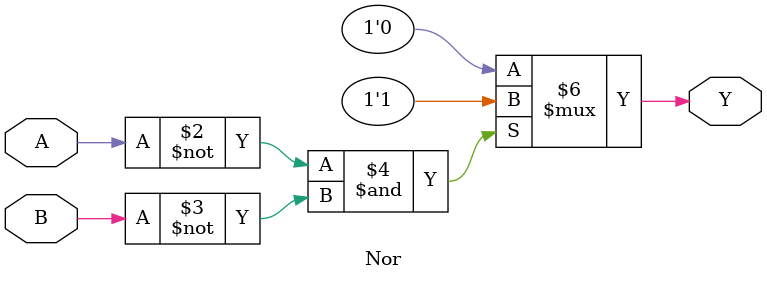
<source format=v>
module Nor (Y, A, B);
input A, B;
output reg Y;

always@(A or B) begin
	if (A == 1'b0 & B == 1'b0) begin
		Y = 1'b1;
	end
	else
		Y = 1'b0;
end
endmodule

</source>
